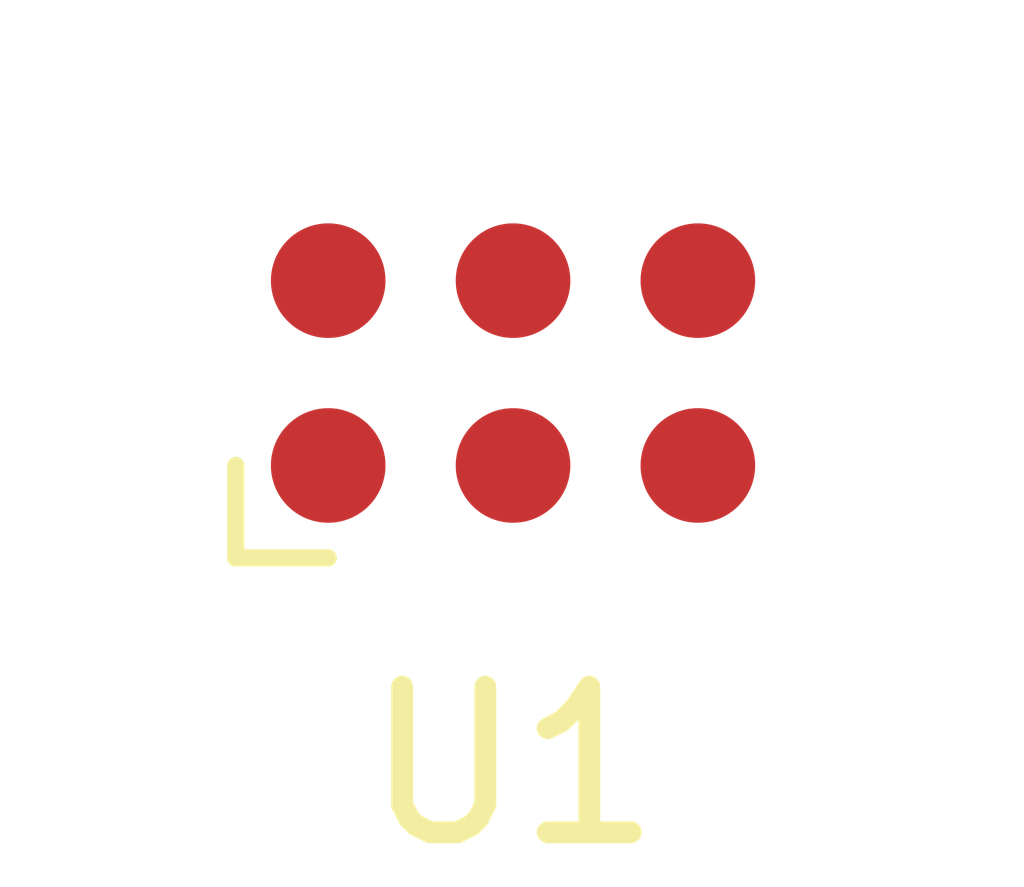
<source format=kicad_pcb>
(kicad_pcb (version 20241229) (generator "atopile") (generator_version "0.3.24")
  (layers (0 "F.Cu" signal) (31 "B.Cu" signal) (34 "B.Paste" user) (35 "F.Paste" user) (36 "B.SilkS" user "B.Silkscreen") (37 "F.SilkS" user "F.Silkscreen") (38 "B.Mask" user) (39 "F.Mask" user) (44 "Edge.Cuts" user))
  (net 0 "")
  (net 1 "gnd")
  (net 2 "line-3")
  (net 3 "hv")
  (net 4 "line")
  (net 5 "line-1")
  (net 6 "line-2")
  (footprint "Connector:Tag-Connect_TC2030-IDC-NL_2x03_P1.27mm_Vertical" (layer "F.Cu") (at 0 0 0)
    (property "Reference" "U1" (at 0 2.7 0) (layer "F.SilkS") (hide no))
    (property "Value" "")
    (fp_line (start -1.905 1.27) (end -1.905 0.635) (stroke (width 0.12)) (layer "F.SilkS"))
    (fp_line (start -1.27 1.27) (end -1.905 1.27) (stroke (width 0.12)) (layer "F.SilkS"))
    (pad "" np_thru_hole circle (at -2.54 0 0) (size 0.9906 0.9906) (drill 0.9906) (layers "*.Cu" "*.Mask"))
    (pad "" np_thru_hole circle (at 2.54 -1.016 0) (size 0.9906 0.9906) (drill 0.9906) (layers "*.Cu" "*.Mask"))
    (pad "" np_thru_hole circle (at 2.54 1.016 0) (size 0.9906 0.9906) (drill 0.9906) (layers "*.Cu" "*.Mask"))
    (pad "1" connect circle (at -1.27 0.635 0) (size 0.7874 0.7874) (layers "F.Cu" "F.Mask") (net 3 "hv"))
    (pad "2" connect circle (at -1.27 -0.635 0) (size 0.7874 0.7874) (layers "F.Cu" "F.Mask") (net 4 "line"))
    (pad "3" connect circle (at 0 0.635 0) (size 0.7874 0.7874) (layers "F.Cu" "F.Mask") (net 2 "line-3"))
    (pad "4" connect circle (at 0 -0.635 0) (size 0.7874 0.7874) (layers "F.Cu" "F.Mask") (net 5 "line-1"))
    (pad "5" connect circle (at 1.27 0.635 0) (size 0.7874 0.7874) (layers "F.Cu" "F.Mask") (net 1 "gnd"))
    (pad "6" connect circle (at 1.27 -0.635 0) (size 0.7874 0.7874) (layers "F.Cu" "F.Mask") (net 6 "line-2"))
  )
)
</source>
